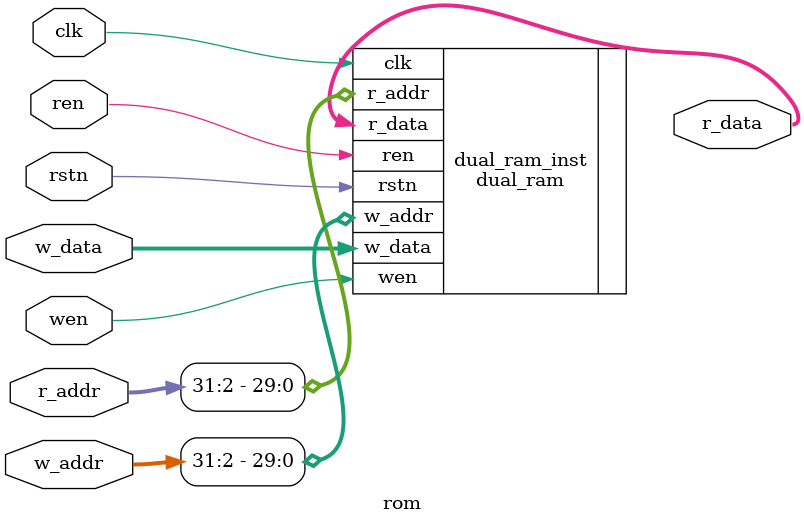
<source format=v>

`include "../core/defines.v" 
module rom #(
        parameter DW = 32,
        parameter AW = 32,
        parameter MEM_NUM = 2**12
    )
    (
        input   wire            clk      ,
        input   wire 			rstn     ,
        input   wire 			wen      ,
        input   wire [AW-1:0]   w_addr   ,
        input   wire [DW-1:0]   w_data   ,
        input   wire 			ren      ,
        input   wire [AW-1:0]	r_addr   ,
        output  wire [DW-1:0]   r_data
    );

    dual_ram #(
                 .DW      	(DW    ),
                 .AW      	(AW-2  ),
                 .MEM_NUM 	(MEM_NUM))
             dual_ram_inst(
                 .clk    	(clk         ),
                 // 这样不会导致读写同一地址会出现问题吗
                // .rstn   	(`RstnEnable ),
                 .rstn   	(rstn ),                 
                 .wen    	(wen         ),
                 .w_addr 	(w_addr[31:2]),// addr/4,because DW/8(byte) = 4
                 .w_data 	(w_data      ),
                 .ren    	(ren         ),
                 .r_addr 	(r_addr[31:2]),// addr/4,because DW/8(byte) = 4
                 .r_data 	(r_data      )
             );

endmodule

</source>
